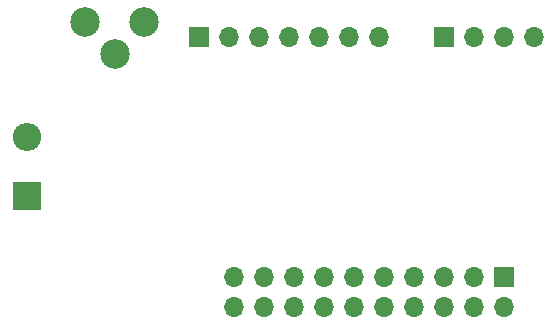
<source format=gbs>
G04 #@! TF.FileFunction,Soldermask,Bot*
%FSLAX46Y46*%
G04 Gerber Fmt 4.6, Leading zero omitted, Abs format (unit mm)*
G04 Created by KiCad (PCBNEW 4.0.7) date 01/22/18 19:47:42*
%MOMM*%
%LPD*%
G01*
G04 APERTURE LIST*
%ADD10C,0.100000*%
%ADD11R,2.400000X2.400000*%
%ADD12O,2.400000X2.400000*%
%ADD13R,1.700000X1.700000*%
%ADD14O,1.700000X1.700000*%
%ADD15C,2.500000*%
G04 APERTURE END LIST*
D10*
D11*
X128950000Y-66850000D03*
D12*
X128950000Y-61850000D03*
D13*
X143450000Y-53350000D03*
D14*
X145990000Y-53350000D03*
X148530000Y-53350000D03*
X151070000Y-53350000D03*
X153610000Y-53350000D03*
X156150000Y-53350000D03*
X158690000Y-53350000D03*
D15*
X136350000Y-54800000D03*
X138850000Y-52100000D03*
X133850000Y-52100000D03*
D13*
X164250000Y-53350000D03*
D14*
X166790000Y-53350000D03*
X169330000Y-53350000D03*
X171870000Y-53350000D03*
D13*
X169320000Y-73710000D03*
D14*
X169320000Y-76250000D03*
X166780000Y-73710000D03*
X166780000Y-76250000D03*
X164240000Y-73710000D03*
X164240000Y-76250000D03*
X161700000Y-73710000D03*
X161700000Y-76250000D03*
X159160000Y-73710000D03*
X159160000Y-76250000D03*
X156620000Y-73710000D03*
X156620000Y-76250000D03*
X154080000Y-73710000D03*
X154080000Y-76250000D03*
X151540000Y-73710000D03*
X151540000Y-76250000D03*
X149000000Y-73710000D03*
X149000000Y-76250000D03*
X146460000Y-73710000D03*
X146460000Y-76250000D03*
M02*

</source>
